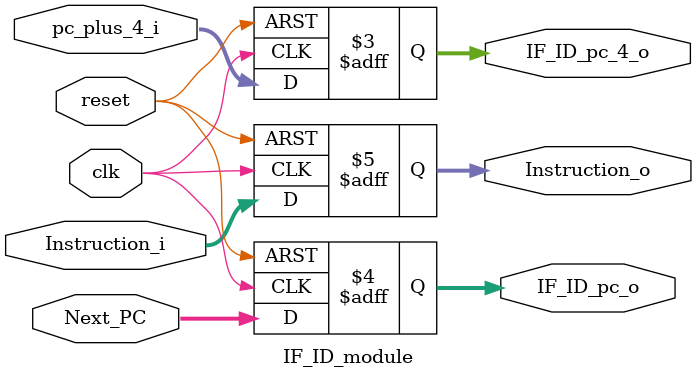
<source format=v>
module IF_ID_module
#(
	parameter NBits = 32
)
(
	input clk,
	input reset,
	input [NBits-1:0] Next_PC, //pc_w
	input [NBits-1:0] pc_plus_4_i, //pc_plus_4_w
	input [NBits-1:0] Instruction_i, //instruction_bus_w

	
	output reg [31:0] IF_ID_pc_4_o,
	output reg [31:0] IF_ID_pc_o,
	output reg [(NBits-1):0] Instruction_o
);

always@(negedge reset or posedge clk) begin
	if(reset==0) begin
		IF_ID_pc_o <= 32'h00000000;
		IF_ID_pc_4_o <= 32'h00000000;
		Instruction_o <= 32'h00000000;
	end
	else begin
		IF_ID_pc_o <= Next_PC;
		IF_ID_pc_4_o <= pc_plus_4_i;
		Instruction_o <= Instruction_i;
	end
end


endmodule
</source>
